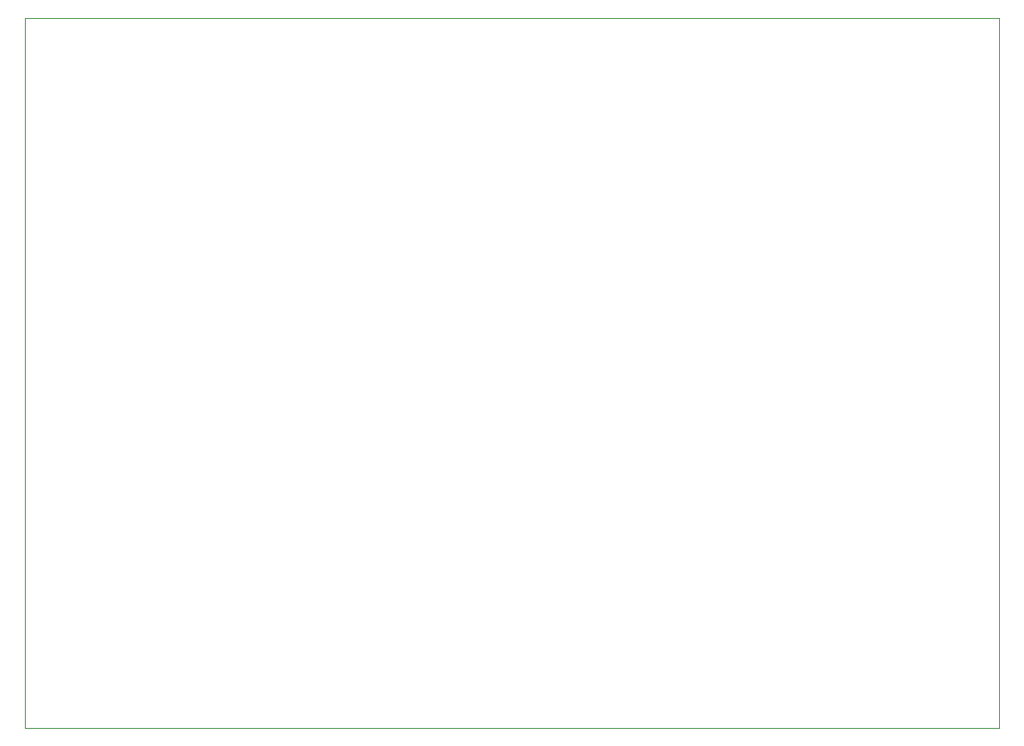
<source format=gm1>
%TF.GenerationSoftware,KiCad,Pcbnew,9.0.0*%
%TF.CreationDate,2025-03-16T14:08:26-07:00*%
%TF.ProjectId,elan_interface,656c616e-5f69-46e7-9465-72666163652e,rev?*%
%TF.SameCoordinates,Original*%
%TF.FileFunction,Profile,NP*%
%FSLAX46Y46*%
G04 Gerber Fmt 4.6, Leading zero omitted, Abs format (unit mm)*
G04 Created by KiCad (PCBNEW 9.0.0) date 2025-03-16 14:08:26*
%MOMM*%
%LPD*%
G01*
G04 APERTURE LIST*
%TA.AperFunction,Profile*%
%ADD10C,0.100000*%
%TD*%
G04 APERTURE END LIST*
D10*
X106000000Y-45000000D02*
X202000000Y-45000000D01*
X202000000Y-115000000D01*
X106000000Y-115000000D01*
X106000000Y-45000000D01*
M02*

</source>
